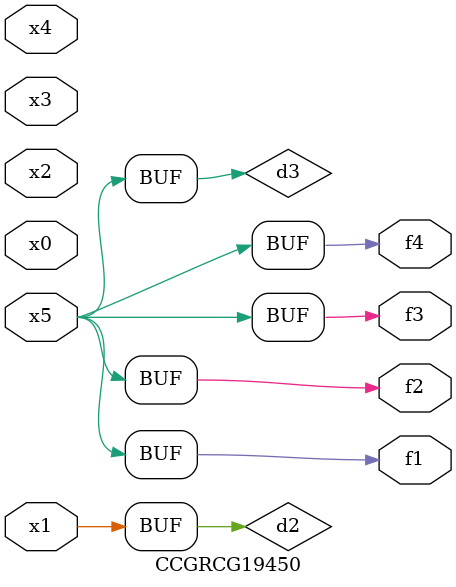
<source format=v>
module CCGRCG19450(
	input x0, x1, x2, x3, x4, x5,
	output f1, f2, f3, f4
);

	wire d1, d2, d3;

	not (d1, x5);
	or (d2, x1);
	xnor (d3, d1);
	assign f1 = d3;
	assign f2 = d3;
	assign f3 = d3;
	assign f4 = d3;
endmodule

</source>
